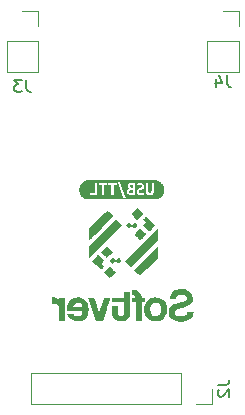
<source format=gbr>
%TF.GenerationSoftware,KiCad,Pcbnew,7.0.1*%
%TF.CreationDate,2023-04-05T11:46:08-04:00*%
%TF.ProjectId,PCB_USB_TTL,5043425f-5553-4425-9f54-544c2e6b6963,rev?*%
%TF.SameCoordinates,Original*%
%TF.FileFunction,Legend,Bot*%
%TF.FilePolarity,Positive*%
%FSLAX46Y46*%
G04 Gerber Fmt 4.6, Leading zero omitted, Abs format (unit mm)*
G04 Created by KiCad (PCBNEW 7.0.1) date 2023-04-05 11:46:08*
%MOMM*%
%LPD*%
G01*
G04 APERTURE LIST*
%ADD10C,0.150000*%
%ADD11C,0.120000*%
%ADD12R,1.700000X1.700000*%
%ADD13O,1.700000X1.700000*%
%ADD14C,0.650000*%
%ADD15O,1.000000X2.100000*%
%ADD16O,1.000000X1.600000*%
G04 APERTURE END LIST*
D10*
%TO.C,J3*%
X135333333Y-67862619D02*
X135333333Y-68576904D01*
X135333333Y-68576904D02*
X135380952Y-68719761D01*
X135380952Y-68719761D02*
X135476190Y-68815000D01*
X135476190Y-68815000D02*
X135619047Y-68862619D01*
X135619047Y-68862619D02*
X135714285Y-68862619D01*
X134952380Y-67862619D02*
X134333333Y-67862619D01*
X134333333Y-67862619D02*
X134666666Y-68243571D01*
X134666666Y-68243571D02*
X134523809Y-68243571D01*
X134523809Y-68243571D02*
X134428571Y-68291190D01*
X134428571Y-68291190D02*
X134380952Y-68338809D01*
X134380952Y-68338809D02*
X134333333Y-68434047D01*
X134333333Y-68434047D02*
X134333333Y-68672142D01*
X134333333Y-68672142D02*
X134380952Y-68767380D01*
X134380952Y-68767380D02*
X134428571Y-68815000D01*
X134428571Y-68815000D02*
X134523809Y-68862619D01*
X134523809Y-68862619D02*
X134809523Y-68862619D01*
X134809523Y-68862619D02*
X134904761Y-68815000D01*
X134904761Y-68815000D02*
X134952380Y-68767380D01*
%TO.C,J2*%
X151542619Y-93666666D02*
X152256904Y-93666666D01*
X152256904Y-93666666D02*
X152399761Y-93619047D01*
X152399761Y-93619047D02*
X152495000Y-93523809D01*
X152495000Y-93523809D02*
X152542619Y-93380952D01*
X152542619Y-93380952D02*
X152542619Y-93285714D01*
X151637857Y-94095238D02*
X151590238Y-94142857D01*
X151590238Y-94142857D02*
X151542619Y-94238095D01*
X151542619Y-94238095D02*
X151542619Y-94476190D01*
X151542619Y-94476190D02*
X151590238Y-94571428D01*
X151590238Y-94571428D02*
X151637857Y-94619047D01*
X151637857Y-94619047D02*
X151733095Y-94666666D01*
X151733095Y-94666666D02*
X151828333Y-94666666D01*
X151828333Y-94666666D02*
X151971190Y-94619047D01*
X151971190Y-94619047D02*
X152542619Y-94047619D01*
X152542619Y-94047619D02*
X152542619Y-94666666D01*
%TO.C,J4*%
X152333333Y-67462619D02*
X152333333Y-68176904D01*
X152333333Y-68176904D02*
X152380952Y-68319761D01*
X152380952Y-68319761D02*
X152476190Y-68415000D01*
X152476190Y-68415000D02*
X152619047Y-68462619D01*
X152619047Y-68462619D02*
X152714285Y-68462619D01*
X151428571Y-67795952D02*
X151428571Y-68462619D01*
X151666666Y-67415000D02*
X151904761Y-68129285D01*
X151904761Y-68129285D02*
X151285714Y-68129285D01*
D11*
%TO.C,J3*%
X136330000Y-67195000D02*
X133670000Y-67195000D01*
X136330000Y-64595000D02*
X136330000Y-67195000D01*
X136330000Y-64595000D02*
X133670000Y-64595000D01*
X136330000Y-63325000D02*
X136330000Y-61995000D01*
X136330000Y-61995000D02*
X135000000Y-61995000D01*
X133670000Y-64595000D02*
X133670000Y-67195000D01*
%TO.C,kibuzzard-638F54F7*%
G36*
X144333844Y-77410350D02*
G01*
X144288600Y-77415113D01*
X144240181Y-77416700D01*
X144175094Y-77411144D01*
X144118738Y-77390506D01*
X144078256Y-77347644D01*
X144062381Y-77277000D01*
X144107625Y-77174606D01*
X144229069Y-77143650D01*
X144333844Y-77143650D01*
X144333844Y-77410350D01*
G37*
G36*
X144290981Y-76751538D02*
G01*
X144333844Y-76756300D01*
X144333844Y-76981725D01*
X144257644Y-76981725D01*
X144144931Y-76949181D01*
X144106831Y-76859488D01*
X144117944Y-76803131D01*
X144148106Y-76769794D01*
X144192556Y-76753919D01*
X144244944Y-76749950D01*
X144290981Y-76751538D01*
G37*
G36*
X145040281Y-77968092D02*
G01*
X144256056Y-77968092D01*
X143543269Y-77968092D01*
X142532031Y-77968092D01*
X141738281Y-77968092D01*
X140709581Y-77968092D01*
X140643435Y-77968092D01*
X140563248Y-77964152D01*
X140483834Y-77952372D01*
X140405956Y-77932865D01*
X140330365Y-77905818D01*
X140257790Y-77871492D01*
X140188928Y-77830218D01*
X140124444Y-77782393D01*
X140064957Y-77728478D01*
X140011042Y-77668992D01*
X139963217Y-77604507D01*
X139921943Y-77535646D01*
X139887617Y-77463070D01*
X139869322Y-77411938D01*
X140709581Y-77411938D01*
X140709581Y-77573863D01*
X141327119Y-77573863D01*
X141327119Y-76753125D01*
X141479519Y-76753125D01*
X141738281Y-76753125D01*
X141738281Y-77573863D01*
X141935131Y-77573863D01*
X141935131Y-76753125D01*
X142193894Y-76753125D01*
X142273269Y-76753125D01*
X142532031Y-76753125D01*
X142532031Y-77573863D01*
X142728881Y-77573863D01*
X142728881Y-76753125D01*
X142987644Y-76753125D01*
X142987644Y-76591200D01*
X142273269Y-76591200D01*
X142273269Y-76753125D01*
X142193894Y-76753125D01*
X142193894Y-76591200D01*
X141479519Y-76591200D01*
X141479519Y-76753125D01*
X141327119Y-76753125D01*
X141327119Y-76591200D01*
X141130269Y-76591200D01*
X141130269Y-77411938D01*
X140709581Y-77411938D01*
X139869322Y-77411938D01*
X139860571Y-77387479D01*
X139841063Y-77309602D01*
X139829283Y-77230187D01*
X139825344Y-77150000D01*
X139829283Y-77069813D01*
X139841063Y-76990398D01*
X139860571Y-76912521D01*
X139887617Y-76836930D01*
X139921943Y-76764354D01*
X139963217Y-76695493D01*
X140011042Y-76631008D01*
X140064957Y-76571522D01*
X140124444Y-76517607D01*
X140188928Y-76469782D01*
X140198241Y-76464200D01*
X143101944Y-76464200D01*
X143543269Y-77835800D01*
X143746469Y-77835800D01*
X143565376Y-77277000D01*
X143870294Y-77277000D01*
X143877834Y-77358558D01*
X143900456Y-77425431D01*
X143982213Y-77520681D01*
X144038569Y-77551241D01*
X144104450Y-77571481D01*
X144177673Y-77582792D01*
X144256056Y-77586563D01*
X144322334Y-77584777D01*
X144390994Y-77579419D01*
X144460447Y-77570489D01*
X144529106Y-77557988D01*
X144529106Y-77305575D01*
X144678331Y-77305575D01*
X144700755Y-77428011D01*
X144768025Y-77519094D01*
X144838140Y-77560986D01*
X144928892Y-77586122D01*
X145040281Y-77594500D01*
X145150216Y-77587952D01*
X145235544Y-77568306D01*
X145345081Y-77519888D01*
X145287931Y-77361138D01*
X145185538Y-77408763D01*
X145119458Y-77425431D01*
X145040281Y-77430988D01*
X144958525Y-77420669D01*
X144906931Y-77392094D01*
X144880738Y-77350819D01*
X144873594Y-77303988D01*
X144891056Y-77250013D01*
X144924603Y-77218263D01*
X145470494Y-77218263D01*
X145474463Y-77300019D01*
X145486369Y-77373838D01*
X145508197Y-77438528D01*
X145541931Y-77492900D01*
X145587969Y-77536358D01*
X145646706Y-77568306D01*
X145719731Y-77587952D01*
X145808631Y-77594500D01*
X145896142Y-77587952D01*
X145968175Y-77568306D01*
X146070569Y-77492900D01*
X146103113Y-77438528D01*
X146124544Y-77373838D01*
X146136450Y-77300019D01*
X146140419Y-77218263D01*
X146140419Y-76591200D01*
X145943569Y-76591200D01*
X145943569Y-77205562D01*
X145937219Y-77309544D01*
X145915788Y-77377013D01*
X145873719Y-77413525D01*
X145805456Y-77424638D01*
X145737194Y-77413525D01*
X145694331Y-77376219D01*
X145672106Y-77307956D01*
X145665756Y-77203975D01*
X145665756Y-76591200D01*
X145470494Y-76591200D01*
X145470494Y-77218263D01*
X144924603Y-77218263D01*
X144935506Y-77207944D01*
X144995831Y-77174606D01*
X145062506Y-77146825D01*
X145154581Y-77110313D01*
X145241100Y-77057925D01*
X145305394Y-76979344D01*
X145330794Y-76862663D01*
X145308370Y-76739631D01*
X145241100Y-76646763D01*
X145173808Y-76603547D01*
X145091522Y-76577618D01*
X144994244Y-76568975D01*
X144909511Y-76574134D01*
X144836288Y-76589613D01*
X144722781Y-76635650D01*
X144779931Y-76786463D01*
X144868038Y-76748363D01*
X144979956Y-76732488D01*
X145066387Y-76745011D01*
X145118245Y-76782582D01*
X145135531Y-76845200D01*
X145119656Y-76895206D01*
X145079175Y-76933306D01*
X145023613Y-76962675D01*
X144962494Y-76986488D01*
X144866450Y-77025381D01*
X144774375Y-77082531D01*
X144705319Y-77171431D01*
X144685078Y-77231558D01*
X144678331Y-77305575D01*
X144529106Y-77305575D01*
X144529106Y-76603900D01*
X144406869Y-76587231D01*
X144275106Y-76580088D01*
X144174300Y-76585842D01*
X144094131Y-76603106D01*
X143984594Y-76663431D01*
X143930619Y-76746775D01*
X143916331Y-76838850D01*
X143924864Y-76904731D01*
X143950463Y-76962675D01*
X144041744Y-77048400D01*
X143957805Y-77091263D01*
X143906012Y-77146825D01*
X143879223Y-77210325D01*
X143870294Y-77277000D01*
X143565376Y-77277000D01*
X143301969Y-76464200D01*
X143101944Y-76464200D01*
X140198241Y-76464200D01*
X140257790Y-76428508D01*
X140330365Y-76394182D01*
X140405956Y-76367135D01*
X140483834Y-76347628D01*
X140563248Y-76335848D01*
X140643435Y-76331908D01*
X140709581Y-76331908D01*
X146140419Y-76331908D01*
X146206565Y-76331908D01*
X146286752Y-76335848D01*
X146366166Y-76347628D01*
X146444044Y-76367135D01*
X146519635Y-76394182D01*
X146592210Y-76428508D01*
X146661072Y-76469782D01*
X146725556Y-76517607D01*
X146785043Y-76571522D01*
X146838958Y-76631008D01*
X146886783Y-76695493D01*
X146928057Y-76764354D01*
X146962383Y-76836930D01*
X146989429Y-76912521D01*
X147008937Y-76990398D01*
X147020717Y-77069813D01*
X147024656Y-77150000D01*
X147020717Y-77230187D01*
X147008937Y-77309602D01*
X146989429Y-77387479D01*
X146962383Y-77463070D01*
X146928057Y-77535646D01*
X146886783Y-77604507D01*
X146838958Y-77668992D01*
X146785043Y-77728478D01*
X146725556Y-77782393D01*
X146661072Y-77830218D01*
X146592210Y-77871492D01*
X146519635Y-77905818D01*
X146444044Y-77932865D01*
X146366166Y-77952372D01*
X146286752Y-77964152D01*
X146206565Y-77968092D01*
X146140419Y-77968092D01*
X145808631Y-77968092D01*
X145040281Y-77968092D01*
G37*
%TO.C,G\u002A\u002A\u002A*%
G36*
X146474457Y-80932640D02*
G01*
X146480223Y-81430597D01*
X145349340Y-82561631D01*
X144218456Y-83692666D01*
X143966264Y-83441131D01*
X143714072Y-83189596D01*
X145091382Y-81812140D01*
X146468692Y-80434683D01*
X146474457Y-80932640D01*
G37*
G36*
X144763340Y-78704172D02*
G01*
X144800710Y-78734756D01*
X144859059Y-78787602D01*
X144932758Y-78857553D01*
X145016176Y-78939454D01*
X145257665Y-79180257D01*
X145006123Y-79432456D01*
X144754581Y-79684655D01*
X144502396Y-79433127D01*
X144250211Y-79181599D01*
X144491000Y-78940125D01*
X144542716Y-78888755D01*
X144620641Y-78813340D01*
X144685447Y-78753070D01*
X144731518Y-78713117D01*
X144753239Y-78698650D01*
X144763340Y-78704172D01*
G37*
G36*
X142422679Y-82154975D02*
G01*
X142674304Y-82406600D01*
X142428387Y-82653216D01*
X142371538Y-82709919D01*
X142294802Y-82785386D01*
X142232276Y-82845580D01*
X142189260Y-82885422D01*
X142171055Y-82899832D01*
X142161826Y-82893209D01*
X142126377Y-82861163D01*
X142069676Y-82807095D01*
X141997024Y-82736086D01*
X141913722Y-82653216D01*
X141667805Y-82406600D01*
X141919430Y-82154975D01*
X142171055Y-81903351D01*
X142422679Y-82154975D01*
G37*
G36*
X146479409Y-82406752D02*
G01*
X146479409Y-82910326D01*
X145723953Y-83666007D01*
X145694144Y-83695816D01*
X145547292Y-83842410D01*
X145410237Y-83978807D01*
X145285900Y-84102126D01*
X145177206Y-84209484D01*
X145087077Y-84298001D01*
X145018437Y-84364795D01*
X144974209Y-84406985D01*
X144957316Y-84421688D01*
X144948128Y-84415054D01*
X144912739Y-84382994D01*
X144856087Y-84328917D01*
X144783468Y-84257903D01*
X144700177Y-84175029D01*
X144454218Y-83928371D01*
X145466813Y-82915775D01*
X146479409Y-81903179D01*
X146479409Y-82406752D01*
G37*
G36*
X143205212Y-79893554D02*
G01*
X143457404Y-80145088D01*
X142080157Y-81522460D01*
X142066051Y-81536566D01*
X141864820Y-81737617D01*
X141672285Y-81929644D01*
X141490603Y-82110513D01*
X141321931Y-82278091D01*
X141168427Y-82430245D01*
X141032250Y-82564843D01*
X140915556Y-82679751D01*
X140820503Y-82772837D01*
X140749250Y-82841967D01*
X140703953Y-82885010D01*
X140686771Y-82899832D01*
X140684220Y-82893705D01*
X140679860Y-82852570D01*
X140676122Y-82777843D01*
X140673205Y-82675539D01*
X140671309Y-82551675D01*
X140670633Y-82412269D01*
X140670633Y-81924706D01*
X141811827Y-80783363D01*
X142953021Y-79642019D01*
X143205212Y-79893554D01*
G37*
G36*
X142787496Y-83012614D02*
G01*
X142911401Y-83135226D01*
X143033972Y-83012654D01*
X143156544Y-82890083D01*
X143274685Y-83006756D01*
X143286795Y-83018829D01*
X143340660Y-83075600D01*
X143378525Y-83120580D01*
X143392827Y-83144923D01*
X143392562Y-83146674D01*
X143374959Y-83174635D01*
X143335234Y-83222020D01*
X143281027Y-83279622D01*
X143272468Y-83288253D01*
X143218174Y-83341263D01*
X143176915Y-83378665D01*
X143157046Y-83392827D01*
X143155055Y-83392141D01*
X143129997Y-83372361D01*
X143085057Y-83330784D01*
X143028384Y-83274882D01*
X142911903Y-83156936D01*
X142787977Y-83279569D01*
X142664050Y-83402203D01*
X142535213Y-83274710D01*
X142406376Y-83147217D01*
X142534984Y-83018610D01*
X142663591Y-82890002D01*
X142787496Y-83012614D01*
G37*
G36*
X137655585Y-86270770D02*
G01*
X137672514Y-86272186D01*
X137830356Y-86301827D01*
X137961294Y-86360767D01*
X138071687Y-86451772D01*
X138141350Y-86525331D01*
X138141350Y-86427349D01*
X138141350Y-86329367D01*
X138377131Y-86329367D01*
X138612911Y-86329367D01*
X138612911Y-87283207D01*
X138612911Y-88237047D01*
X138355696Y-88237047D01*
X138098481Y-88237047D01*
X138098010Y-87663671D01*
X138097337Y-87479468D01*
X138094958Y-87322833D01*
X138089969Y-87199232D01*
X138081456Y-87103628D01*
X138068508Y-87030985D01*
X138050212Y-86976264D01*
X138025656Y-86934430D01*
X137993927Y-86900446D01*
X137954114Y-86869273D01*
X137912569Y-86845035D01*
X137813845Y-86808754D01*
X137701700Y-86786777D01*
X137594768Y-86783547D01*
X137509029Y-86790211D01*
X137502986Y-86524492D01*
X137496942Y-86258772D01*
X137655585Y-86270770D01*
G37*
G36*
X145246920Y-80649199D02*
G01*
X145302780Y-80705460D01*
X145378510Y-80783750D01*
X145438937Y-80848709D01*
X145478945Y-80894790D01*
X145493417Y-80916446D01*
X145487898Y-80926544D01*
X145457317Y-80963911D01*
X145404474Y-81022257D01*
X145334526Y-81095953D01*
X145252628Y-81179370D01*
X145200352Y-81231539D01*
X145124074Y-81306661D01*
X145061876Y-81366675D01*
X145019105Y-81406446D01*
X145001107Y-81420844D01*
X144991772Y-81415198D01*
X144956658Y-81384558D01*
X144902313Y-81332892D01*
X144834975Y-81266564D01*
X144760883Y-81191939D01*
X144686273Y-81115382D01*
X144617384Y-81043258D01*
X144560455Y-80981932D01*
X144521723Y-80937768D01*
X144507426Y-80917131D01*
X144513841Y-80905723D01*
X144545727Y-80867126D01*
X144599782Y-80807797D01*
X144670887Y-80733300D01*
X144753924Y-80649199D01*
X145000422Y-80403400D01*
X145246920Y-80649199D01*
G37*
G36*
X142421533Y-83651783D02*
G01*
X142452605Y-83675393D01*
X142504356Y-83721548D01*
X142570290Y-83783767D01*
X142643908Y-83855573D01*
X142718712Y-83930485D01*
X142788205Y-84002025D01*
X142845887Y-84063714D01*
X142885262Y-84109072D01*
X142899831Y-84131620D01*
X142894311Y-84141721D01*
X142863731Y-84179092D01*
X142810888Y-84237443D01*
X142740940Y-84311142D01*
X142659041Y-84394559D01*
X142606801Y-84446678D01*
X142530417Y-84521819D01*
X142468053Y-84581849D01*
X142425071Y-84621632D01*
X142406835Y-84636034D01*
X142397632Y-84629434D01*
X142362210Y-84597415D01*
X142305532Y-84543372D01*
X142232901Y-84472385D01*
X142149620Y-84389536D01*
X141903821Y-84143038D01*
X142149620Y-83896540D01*
X142205882Y-83840678D01*
X142284170Y-83764949D01*
X142349125Y-83704523D01*
X142395202Y-83664515D01*
X142416853Y-83650043D01*
X142421533Y-83651783D01*
G37*
G36*
X145873999Y-79797442D02*
G01*
X146253920Y-80177363D01*
X146007985Y-80423998D01*
X145951086Y-80480769D01*
X145874456Y-80556218D01*
X145812095Y-80616397D01*
X145769288Y-80656228D01*
X145751318Y-80670633D01*
X145741990Y-80664915D01*
X145706918Y-80634217D01*
X145652594Y-80582559D01*
X145585262Y-80516295D01*
X145511163Y-80441783D01*
X145436539Y-80365377D01*
X145367632Y-80293435D01*
X145310685Y-80232311D01*
X145271939Y-80188362D01*
X145257637Y-80167944D01*
X145257904Y-80166211D01*
X145275516Y-80138424D01*
X145315239Y-80091171D01*
X145369436Y-80033628D01*
X145481236Y-79920422D01*
X145369436Y-79807217D01*
X145361727Y-79799360D01*
X145308994Y-79742579D01*
X145271750Y-79697229D01*
X145257637Y-79672518D01*
X145258264Y-79669684D01*
X145277947Y-79640452D01*
X145319665Y-79592368D01*
X145375858Y-79534273D01*
X145494078Y-79417521D01*
X145873999Y-79797442D01*
G37*
G36*
X144625285Y-80027565D02*
G01*
X144637203Y-80039444D01*
X144691048Y-80096188D01*
X144728905Y-80141162D01*
X144743206Y-80165514D01*
X144742942Y-80167264D01*
X144725339Y-80195226D01*
X144685613Y-80242611D01*
X144631407Y-80300212D01*
X144623623Y-80308043D01*
X144567515Y-80361428D01*
X144522644Y-80399131D01*
X144498115Y-80413418D01*
X144496365Y-80413153D01*
X144468403Y-80395550D01*
X144421018Y-80355825D01*
X144363416Y-80301619D01*
X144250211Y-80189819D01*
X144137005Y-80301619D01*
X144129148Y-80309328D01*
X144072368Y-80362061D01*
X144027018Y-80399305D01*
X144002307Y-80413418D01*
X143999540Y-80412816D01*
X143970395Y-80393242D01*
X143922382Y-80351612D01*
X143864357Y-80295497D01*
X143747901Y-80177576D01*
X143875160Y-80048974D01*
X144002420Y-79920373D01*
X144126315Y-80042976D01*
X144250211Y-80165578D01*
X144378787Y-80038343D01*
X144507364Y-79911108D01*
X144625285Y-80027565D01*
G37*
G36*
X142214602Y-78919434D02*
G01*
X142253245Y-78951352D01*
X142312613Y-79005434D01*
X142387143Y-79076565D01*
X142471271Y-79159626D01*
X142717201Y-79406256D01*
X141710078Y-80413550D01*
X141629449Y-80494142D01*
X141461160Y-80662010D01*
X141302842Y-80819477D01*
X141157030Y-80964047D01*
X141026261Y-81093224D01*
X140913069Y-81204511D01*
X140819991Y-81295413D01*
X140749562Y-81363433D01*
X140704318Y-81406075D01*
X140686794Y-81420844D01*
X140684005Y-81413377D01*
X140679707Y-81370125D01*
X140676027Y-81293524D01*
X140673159Y-81189531D01*
X140671296Y-81064101D01*
X140670633Y-80923190D01*
X140670633Y-80425536D01*
X141425797Y-79669266D01*
X141454746Y-79640291D01*
X141601983Y-79493432D01*
X141739823Y-79356778D01*
X141865293Y-79233219D01*
X141975425Y-79125645D01*
X142067247Y-79036946D01*
X142137789Y-78970012D01*
X142184080Y-78927732D01*
X142203151Y-78912996D01*
X142214602Y-78919434D01*
G37*
G36*
X141435507Y-82665738D02*
G01*
X141466618Y-82689250D01*
X141518393Y-82735388D01*
X141584337Y-82797662D01*
X141657956Y-82869582D01*
X141732754Y-82944657D01*
X141802236Y-83016396D01*
X141859908Y-83078309D01*
X141899274Y-83123906D01*
X141913839Y-83146696D01*
X141913244Y-83149548D01*
X141893683Y-83179161D01*
X141852040Y-83227525D01*
X141795894Y-83285709D01*
X141677948Y-83402190D01*
X141800551Y-83526085D01*
X141923153Y-83649981D01*
X141806697Y-83767902D01*
X141794890Y-83779743D01*
X141737963Y-83833624D01*
X141692638Y-83871510D01*
X141667837Y-83885823D01*
X141656806Y-83879074D01*
X141618185Y-83846244D01*
X141556913Y-83789885D01*
X141477430Y-83714183D01*
X141384171Y-83623324D01*
X141281575Y-83521492D01*
X140917717Y-83157160D01*
X141163572Y-82910606D01*
X141219886Y-82854693D01*
X141298178Y-82778960D01*
X141363134Y-82718532D01*
X141409211Y-82678524D01*
X141430861Y-82664051D01*
X141435507Y-82665738D01*
G37*
G36*
X144427842Y-85628939D02*
G01*
X144616767Y-85658746D01*
X144773176Y-85714633D01*
X144897706Y-85797986D01*
X144992001Y-85910277D01*
X145057703Y-86052975D01*
X145096455Y-86227553D01*
X145110221Y-86329367D01*
X145248233Y-86329367D01*
X145386244Y-86329367D01*
X145386244Y-86511561D01*
X145386244Y-86693756D01*
X145246920Y-86693756D01*
X145107595Y-86693756D01*
X145107595Y-87465401D01*
X145107595Y-88237047D01*
X144850379Y-88237047D01*
X144593164Y-88237047D01*
X144593164Y-87465401D01*
X144593164Y-86693756D01*
X144432405Y-86693756D01*
X144271645Y-86693756D01*
X144271645Y-86511561D01*
X144271645Y-86329367D01*
X144435227Y-86329367D01*
X144598809Y-86329367D01*
X144586595Y-86238304D01*
X144577903Y-86198913D01*
X144539562Y-86123475D01*
X144482216Y-86070594D01*
X144415134Y-86050425D01*
X144382401Y-86049917D01*
X144329948Y-86044193D01*
X144297363Y-86025917D01*
X144279930Y-85987512D01*
X144272930Y-85921401D01*
X144271645Y-85820009D01*
X144271645Y-85615735D01*
X144427842Y-85628939D01*
G37*
G36*
X142212142Y-86329420D02*
G01*
X142313649Y-86330701D01*
X142395897Y-86333441D01*
X142451017Y-86337293D01*
X142471139Y-86341910D01*
X142465169Y-86360999D01*
X142446108Y-86416814D01*
X142415333Y-86505248D01*
X142374259Y-86622273D01*
X142324306Y-86763863D01*
X142266891Y-86925990D01*
X142203431Y-87104628D01*
X142135344Y-87295749D01*
X141799548Y-88237047D01*
X141527561Y-88237047D01*
X141255575Y-88237047D01*
X140914808Y-87288566D01*
X140574041Y-86340085D01*
X140839593Y-86334064D01*
X140847785Y-86333882D01*
X140948750Y-86332326D01*
X141032327Y-86332250D01*
X141090028Y-86333585D01*
X141113366Y-86336264D01*
X141113892Y-86337154D01*
X141124220Y-86365043D01*
X141145498Y-86427699D01*
X141176000Y-86519872D01*
X141214001Y-86636315D01*
X141257775Y-86771780D01*
X141305598Y-86921019D01*
X141312519Y-86942690D01*
X141360308Y-87091595D01*
X141404148Y-87226973D01*
X141442241Y-87343357D01*
X141472786Y-87435277D01*
X141493983Y-87497267D01*
X141504033Y-87523858D01*
X141506261Y-87523610D01*
X141520188Y-87496734D01*
X141544343Y-87435359D01*
X141577053Y-87344230D01*
X141616647Y-87228091D01*
X141661453Y-87091688D01*
X141709801Y-86939765D01*
X141901145Y-86329367D01*
X142186142Y-86329367D01*
X142212142Y-86329420D01*
G37*
G36*
X144138489Y-86784853D02*
G01*
X144137825Y-86890441D01*
X144136353Y-87105314D01*
X144134814Y-87283080D01*
X144133013Y-87427757D01*
X144130758Y-87543367D01*
X144127854Y-87633930D01*
X144124110Y-87703465D01*
X144119331Y-87755992D01*
X144113324Y-87795531D01*
X144105895Y-87826103D01*
X144096853Y-87851727D01*
X144086003Y-87876424D01*
X144073993Y-87901144D01*
X143979167Y-88041683D01*
X143854307Y-88153945D01*
X143703831Y-88234706D01*
X143532152Y-88280745D01*
X143484714Y-88286916D01*
X143296604Y-88289813D01*
X143121213Y-88258632D01*
X142963327Y-88195742D01*
X142827733Y-88103512D01*
X142719218Y-87984310D01*
X142642570Y-87840507D01*
X142625927Y-87792902D01*
X142611509Y-87737666D01*
X142601042Y-87673443D01*
X142593518Y-87591764D01*
X142587928Y-87484157D01*
X142583264Y-87342152D01*
X142572912Y-86972405D01*
X142822110Y-86972405D01*
X143071308Y-86972405D01*
X143071308Y-87287157D01*
X143071496Y-87360727D01*
X143073214Y-87469065D01*
X143077496Y-87547776D01*
X143085267Y-87605461D01*
X143097458Y-87650720D01*
X143114994Y-87692152D01*
X143123075Y-87707591D01*
X143186841Y-87782861D01*
X143269522Y-87827315D01*
X143361711Y-87840885D01*
X143454000Y-87823504D01*
X143536980Y-87775105D01*
X143601245Y-87695621D01*
X143609783Y-87677855D01*
X143620741Y-87643680D01*
X143629079Y-87596687D01*
X143635305Y-87530867D01*
X143639923Y-87440209D01*
X143643442Y-87318702D01*
X143646367Y-87160337D01*
X143653656Y-86694512D01*
X143121343Y-86688775D01*
X142589029Y-86683038D01*
X142582810Y-86506579D01*
X142576590Y-86330120D01*
X143107958Y-86324385D01*
X143639325Y-86318650D01*
X143645343Y-86056076D01*
X143651361Y-85793502D01*
X143898010Y-85793502D01*
X144144658Y-85793502D01*
X144138489Y-86784853D01*
G37*
G36*
X147271666Y-87256709D02*
G01*
X147271738Y-87258605D01*
X147268591Y-87395291D01*
X147257301Y-87519702D01*
X147237973Y-87616912D01*
X147208495Y-87703394D01*
X147118090Y-87881855D01*
X146997757Y-88030334D01*
X146849402Y-88147175D01*
X146674929Y-88230721D01*
X146476245Y-88279316D01*
X146421621Y-88287043D01*
X146347382Y-88295313D01*
X146285467Y-88296793D01*
X146217659Y-88291487D01*
X146125738Y-88279398D01*
X145968672Y-88243198D01*
X145798967Y-88170542D01*
X145648016Y-88069525D01*
X145523162Y-87945190D01*
X145431744Y-87802581D01*
X145379760Y-87669313D01*
X145337503Y-87480370D01*
X145322829Y-87281657D01*
X145330010Y-87170671D01*
X145842409Y-87170671D01*
X145842873Y-87354542D01*
X145863289Y-87492673D01*
X145910092Y-87628819D01*
X145979980Y-87733318D01*
X146071335Y-87802996D01*
X146164647Y-87834958D01*
X146279834Y-87850198D01*
X146394609Y-87845933D01*
X146490525Y-87821353D01*
X146532718Y-87797534D01*
X146610122Y-87728601D01*
X146676100Y-87639904D01*
X146718543Y-87546062D01*
X146722978Y-87528002D01*
X146734159Y-87453173D01*
X146741791Y-87357337D01*
X146744424Y-87256709D01*
X146744024Y-87209621D01*
X146740397Y-87123269D01*
X146730655Y-87058806D01*
X146711897Y-87001555D01*
X146681223Y-86936840D01*
X146619421Y-86841333D01*
X146535275Y-86768838D01*
X146428580Y-86727998D01*
X146292990Y-86715190D01*
X146255720Y-86716240D01*
X146119927Y-86741889D01*
X146010013Y-86801131D01*
X145926665Y-86892991D01*
X145870568Y-87016496D01*
X145842409Y-87170671D01*
X145330010Y-87170671D01*
X145335623Y-87083915D01*
X145375771Y-86897886D01*
X145443158Y-86734312D01*
X145462814Y-86700191D01*
X145575287Y-86554912D01*
X145716748Y-86436972D01*
X145882188Y-86348567D01*
X146066602Y-86291897D01*
X146264981Y-86269158D01*
X146472320Y-86282549D01*
X146585324Y-86305836D01*
X146772501Y-86375121D01*
X146934424Y-86477315D01*
X147068484Y-86610131D01*
X147172075Y-86771281D01*
X147242589Y-86958477D01*
X147253182Y-87008116D01*
X147266636Y-87124571D01*
X147271666Y-87256709D01*
G37*
G36*
X140604931Y-87079578D02*
G01*
X140613755Y-87194582D01*
X140613621Y-87352696D01*
X140601557Y-87504040D01*
X140577342Y-87634624D01*
X140550138Y-87723622D01*
X140468365Y-87899272D01*
X140358068Y-88043349D01*
X140220214Y-88154977D01*
X140055773Y-88233281D01*
X139865713Y-88277387D01*
X139701140Y-88290157D01*
X139493721Y-88275976D01*
X139308071Y-88224968D01*
X139143980Y-88137071D01*
X139001239Y-88012218D01*
X138938113Y-87934219D01*
X138881684Y-87845199D01*
X138842662Y-87761674D01*
X138827728Y-87695823D01*
X138828012Y-87689795D01*
X138835215Y-87675730D01*
X138857367Y-87666574D01*
X138901447Y-87661301D01*
X138974433Y-87658889D01*
X139083303Y-87658313D01*
X139190021Y-87658567D01*
X139263818Y-87660395D01*
X139310502Y-87665391D01*
X139338016Y-87675148D01*
X139354304Y-87691263D01*
X139367311Y-87715330D01*
X139380042Y-87738653D01*
X139441740Y-87806929D01*
X139530617Y-87849336D01*
X139652012Y-87868751D01*
X139700618Y-87871149D01*
X139769358Y-87868504D01*
X139824690Y-87853330D01*
X139885489Y-87821835D01*
X139889425Y-87819477D01*
X139964470Y-87755589D01*
X140029247Y-87668264D01*
X140074732Y-87572333D01*
X140091898Y-87482627D01*
X140091898Y-87422532D01*
X139435196Y-87422532D01*
X138778493Y-87422532D01*
X138793251Y-87240644D01*
X138814391Y-87079578D01*
X139314894Y-87079578D01*
X139703805Y-87079578D01*
X140092715Y-87079578D01*
X140078548Y-87020633D01*
X140070926Y-86992036D01*
X140017261Y-86868528D01*
X139939797Y-86773534D01*
X139843591Y-86710604D01*
X139733698Y-86683291D01*
X139615175Y-86695146D01*
X139533481Y-86724449D01*
X139436694Y-86790470D01*
X139369264Y-86885698D01*
X139328097Y-87013563D01*
X139314894Y-87079578D01*
X138814391Y-87079578D01*
X138821475Y-87025608D01*
X138875873Y-86819705D01*
X138955242Y-86647775D01*
X139060342Y-86508841D01*
X139191931Y-86401921D01*
X139350768Y-86326036D01*
X139537615Y-86280207D01*
X139650036Y-86269454D01*
X139835481Y-86278440D01*
X140014537Y-86318146D01*
X140177294Y-86386029D01*
X140313839Y-86479543D01*
X140372567Y-86536572D01*
X140483251Y-86686235D01*
X140565288Y-86867010D01*
X140579108Y-86913999D01*
X140602177Y-87043687D01*
X140604931Y-87079578D01*
G37*
G36*
X148589131Y-85573597D02*
G01*
X148719074Y-85581627D01*
X148821955Y-85597819D01*
X148909249Y-85623429D01*
X149070371Y-85697437D01*
X149208463Y-85797736D01*
X149317440Y-85919410D01*
X149391218Y-86057545D01*
X149412030Y-86124608D01*
X149435523Y-86264400D01*
X149438958Y-86410322D01*
X149422459Y-86547635D01*
X149386150Y-86661604D01*
X149385820Y-86662300D01*
X149321517Y-86769848D01*
X149235931Y-86862440D01*
X149124756Y-86942648D01*
X148983685Y-87013049D01*
X148808409Y-87076216D01*
X148594623Y-87134724D01*
X148482872Y-87162080D01*
X148342957Y-87197323D01*
X148235465Y-87226359D01*
X148154724Y-87251173D01*
X148095061Y-87273753D01*
X148050804Y-87296085D01*
X148016281Y-87320157D01*
X147985819Y-87347954D01*
X147981528Y-87352271D01*
X147939224Y-87402597D01*
X147920042Y-87452897D01*
X147915527Y-87524392D01*
X147917261Y-87560258D01*
X147947294Y-87668854D01*
X148011636Y-87757700D01*
X148106362Y-87824593D01*
X148227545Y-87867329D01*
X148371263Y-87883704D01*
X148533590Y-87871512D01*
X148593960Y-87859807D01*
X148735315Y-87811958D01*
X148845068Y-87741713D01*
X148920510Y-87651166D01*
X148958934Y-87542415D01*
X148971432Y-87465401D01*
X149239511Y-87465401D01*
X149507589Y-87465401D01*
X149493608Y-87588650D01*
X149475740Y-87688139D01*
X149414205Y-87850999D01*
X149316735Y-87994265D01*
X149185966Y-88115177D01*
X149024534Y-88210972D01*
X148835074Y-88278887D01*
X148769720Y-88293081D01*
X148627582Y-88311659D01*
X148467379Y-88320900D01*
X148304039Y-88320592D01*
X148152487Y-88310520D01*
X148027648Y-88290469D01*
X148016690Y-88287835D01*
X147828126Y-88224005D01*
X147669263Y-88132992D01*
X147542432Y-88016467D01*
X147449963Y-87876100D01*
X147442874Y-87861524D01*
X147418979Y-87807167D01*
X147403655Y-87756232D01*
X147395030Y-87697151D01*
X147391230Y-87618354D01*
X147390379Y-87508270D01*
X147390450Y-87464215D01*
X147391918Y-87368547D01*
X147396667Y-87301220D01*
X147406488Y-87251595D01*
X147423171Y-87209034D01*
X147448505Y-87162898D01*
X147462501Y-87139930D01*
X147527287Y-87053135D01*
X147606285Y-86979083D01*
X147705196Y-86914511D01*
X147829722Y-86856155D01*
X147985564Y-86800750D01*
X148178424Y-86745033D01*
X148181768Y-86744140D01*
X148303524Y-86711377D01*
X148426146Y-86677989D01*
X148535530Y-86647837D01*
X148617573Y-86624783D01*
X148637800Y-86618774D01*
X148771874Y-86564183D01*
X148867604Y-86495519D01*
X148924113Y-86413981D01*
X148940523Y-86320768D01*
X148915958Y-86217079D01*
X148891082Y-86173229D01*
X148815976Y-86106403D01*
X148705009Y-86060321D01*
X148559661Y-86035736D01*
X148555090Y-86035363D01*
X148391610Y-86036795D01*
X148251104Y-86067551D01*
X148136957Y-86125917D01*
X148052552Y-86210178D01*
X148001274Y-86318620D01*
X147974260Y-86415106D01*
X147716831Y-86415106D01*
X147459403Y-86415106D01*
X147471313Y-86299705D01*
X147493444Y-86183823D01*
X147558111Y-86028103D01*
X147658118Y-85888673D01*
X147789661Y-85769517D01*
X147948933Y-85674619D01*
X148132128Y-85607963D01*
X148186709Y-85596276D01*
X148307970Y-85581142D01*
X148447103Y-85573509D01*
X148589131Y-85573597D01*
G37*
%TO.C,J2*%
X135720000Y-95330000D02*
X135720000Y-92670000D01*
X148480000Y-95330000D02*
X135720000Y-95330000D01*
X148480000Y-95330000D02*
X148480000Y-92670000D01*
X149750000Y-95330000D02*
X151080000Y-95330000D01*
X151080000Y-95330000D02*
X151080000Y-94000000D01*
X148480000Y-92670000D02*
X135720000Y-92670000D01*
%TO.C,J4*%
X153330000Y-67195000D02*
X150670000Y-67195000D01*
X153330000Y-64595000D02*
X153330000Y-67195000D01*
X153330000Y-64595000D02*
X150670000Y-64595000D01*
X153330000Y-63325000D02*
X153330000Y-61995000D01*
X153330000Y-61995000D02*
X152000000Y-61995000D01*
X150670000Y-64595000D02*
X150670000Y-67195000D01*
%TD*%
%LPC*%
D12*
%TO.C,J1*%
X135800000Y-89525000D03*
D13*
X135800000Y-86985000D03*
X135800000Y-84445000D03*
%TD*%
D14*
%TO.C,P1*%
X146390000Y-67105000D03*
X140610000Y-67105000D03*
D15*
X147820000Y-67605000D03*
D16*
X147820000Y-63425000D03*
D15*
X139180000Y-67605000D03*
D16*
X139180000Y-63425000D03*
%TD*%
D12*
%TO.C,J3*%
X135000000Y-63325000D03*
D13*
X135000000Y-65865000D03*
%TD*%
D12*
%TO.C,J2*%
X149750000Y-94000000D03*
D13*
X147210000Y-94000000D03*
X144670000Y-94000000D03*
X142130000Y-94000000D03*
X139590000Y-94000000D03*
X137050000Y-94000000D03*
%TD*%
D12*
%TO.C,J4*%
X152000000Y-63325000D03*
D13*
X152000000Y-65865000D03*
%TD*%
M02*

</source>
